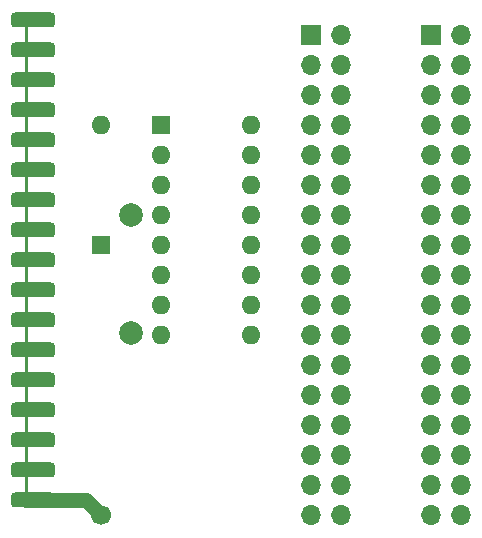
<source format=gbr>
%TF.GenerationSoftware,KiCad,Pcbnew,7.0.10+1*%
%TF.CreationDate,2024-01-16T21:52:30+01:00*%
%TF.ProjectId,QL_4_floppy_addon,514c5f34-5f66-46c6-9f70-70795f616464,00*%
%TF.SameCoordinates,Original*%
%TF.FileFunction,Copper,L1,Top*%
%TF.FilePolarity,Positive*%
%FSLAX46Y46*%
G04 Gerber Fmt 4.6, Leading zero omitted, Abs format (unit mm)*
G04 Created by KiCad (PCBNEW 7.0.10+1) date 2024-01-16 21:52:30*
%MOMM*%
%LPD*%
G01*
G04 APERTURE LIST*
G04 Aperture macros list*
%AMRoundRect*
0 Rectangle with rounded corners*
0 $1 Rounding radius*
0 $2 $3 $4 $5 $6 $7 $8 $9 X,Y pos of 4 corners*
0 Add a 4 corners polygon primitive as box body*
4,1,4,$2,$3,$4,$5,$6,$7,$8,$9,$2,$3,0*
0 Add four circle primitives for the rounded corners*
1,1,$1+$1,$2,$3*
1,1,$1+$1,$4,$5*
1,1,$1+$1,$6,$7*
1,1,$1+$1,$8,$9*
0 Add four rect primitives between the rounded corners*
20,1,$1+$1,$2,$3,$4,$5,0*
20,1,$1+$1,$4,$5,$6,$7,0*
20,1,$1+$1,$6,$7,$8,$9,0*
20,1,$1+$1,$8,$9,$2,$3,0*%
G04 Aperture macros list end*
%TA.AperFunction,ComponentPad*%
%ADD10R,1.600000X1.600000*%
%TD*%
%TA.AperFunction,ComponentPad*%
%ADD11O,1.600000X1.600000*%
%TD*%
%TA.AperFunction,ComponentPad*%
%ADD12R,1.700000X1.700000*%
%TD*%
%TA.AperFunction,ComponentPad*%
%ADD13O,1.700000X1.700000*%
%TD*%
%TA.AperFunction,ComponentPad*%
%ADD14C,2.000000*%
%TD*%
%TA.AperFunction,ComponentPad*%
%ADD15C,1.700000*%
%TD*%
%TA.AperFunction,SMDPad,CuDef*%
%ADD16RoundRect,0.317500X-1.532500X-0.317500X1.532500X-0.317500X1.532500X0.317500X-1.532500X0.317500X0*%
%TD*%
%TA.AperFunction,Conductor*%
%ADD17C,0.250000*%
%TD*%
%TA.AperFunction,Conductor*%
%ADD18C,1.270000*%
%TD*%
G04 APERTURE END LIST*
D10*
%TO.P,U1,1,A0*%
%TO.N,/DS0T*%
X139700000Y-81280000D03*
D11*
%TO.P,U1,2,A1*%
%TO.N,/DS1T*%
X139700000Y-83820000D03*
%TO.P,U1,3,A2*%
%TO.N,/MOTOR_ON*%
X139700000Y-86360000D03*
%TO.P,U1,4,E1*%
%TO.N,GND*%
X139700000Y-88900000D03*
%TO.P,U1,5,E2*%
%TO.N,unconnected-(U1-E2-Pad5)*%
X139700000Y-91440000D03*
%TO.P,U1,6,E3*%
%TO.N,Net-(D1-K)*%
X139700000Y-93980000D03*
%TO.P,U1,7,O7*%
%TO.N,Net-(D2-K)*%
X139700000Y-96520000D03*
%TO.P,U1,8,GND*%
%TO.N,GND*%
X139700000Y-99060000D03*
%TO.P,U1,9,O6*%
%TO.N,unconnected-(U1-O6-Pad9)*%
X147320000Y-99060000D03*
%TO.P,U1,10,O5*%
%TO.N,unconnected-(U1-O5-Pad10)*%
X147320000Y-96520000D03*
%TO.P,U1,11,O4*%
%TO.N,unconnected-(U1-O4-Pad11)*%
X147320000Y-93980000D03*
%TO.P,U1,12,O3*%
%TO.N,/DS0*%
X147320000Y-91440000D03*
%TO.P,U1,13,O2*%
%TO.N,/DS1*%
X147320000Y-88900000D03*
%TO.P,U1,14,O1*%
%TO.N,/DS2*%
X147320000Y-86360000D03*
%TO.P,U1,15,O0*%
%TO.N,/DS3*%
X147320000Y-83820000D03*
%TO.P,U1,16,VCC*%
%TO.N,Net-(D1-K)*%
X147320000Y-81280000D03*
%TD*%
D12*
%TO.P,J3,1,Pin_1*%
%TO.N,GND*%
X162560000Y-73660000D03*
D13*
%TO.P,J3,2,Pin_2*%
%TO.N,unconnected-(J3-Pin_2-Pad2)*%
X165100000Y-73660000D03*
%TO.P,J3,3,Pin_3*%
%TO.N,GND*%
X162560000Y-76200000D03*
%TO.P,J3,4,Pin_4*%
%TO.N,unconnected-(J3-Pin_4-Pad4)*%
X165100000Y-76200000D03*
%TO.P,J3,5,Pin_5*%
%TO.N,GND*%
X162560000Y-78740000D03*
%TO.P,J3,6,Pin_6*%
%TO.N,unconnected-(J3-Pin_6-Pad6)*%
X165100000Y-78740000D03*
%TO.P,J3,7,Pin_7*%
%TO.N,unconnected-(J3-Pin_7-Pad7)*%
X162560000Y-81280000D03*
%TO.P,J3,8,Pin_8*%
%TO.N,/FDC_IP*%
X165100000Y-81280000D03*
%TO.P,J3,9,Pin_9*%
%TO.N,unconnected-(J3-Pin_9-Pad9)*%
X162560000Y-83820000D03*
%TO.P,J3,10,Pin_10*%
%TO.N,/DS2*%
X165100000Y-83820000D03*
%TO.P,J3,11,Pin_11*%
%TO.N,GND*%
X162560000Y-86360000D03*
%TO.P,J3,12,Pin_12*%
%TO.N,/DS3*%
X165100000Y-86360000D03*
%TO.P,J3,13,Pin_13*%
%TO.N,GND*%
X162560000Y-88900000D03*
%TO.P,J3,14,Pin_14*%
%TO.N,unconnected-(J3-Pin_14-Pad14)*%
X165100000Y-88900000D03*
%TO.P,J3,15,Pin_15*%
%TO.N,GND*%
X162560000Y-91440000D03*
%TO.P,J3,16,Pin_16*%
%TO.N,/MOTOR_ON*%
X165100000Y-91440000D03*
%TO.P,J3,17,Pin_17*%
%TO.N,unconnected-(J3-Pin_17-Pad17)*%
X162560000Y-93980000D03*
%TO.P,J3,18,Pin_18*%
%TO.N,/DIR*%
X165100000Y-93980000D03*
%TO.P,J3,19,Pin_19*%
%TO.N,unconnected-(J3-Pin_19-Pad19)*%
X162560000Y-96520000D03*
%TO.P,J3,20,Pin_20*%
%TO.N,/STEP*%
X165100000Y-96520000D03*
%TO.P,J3,21,Pin_21*%
%TO.N,unconnected-(J3-Pin_21-Pad21)*%
X162560000Y-99060000D03*
%TO.P,J3,22,Pin_22*%
%TO.N,/DATA_WR*%
X165100000Y-99060000D03*
%TO.P,J3,23,Pin_23*%
%TO.N,unconnected-(J3-Pin_23-Pad23)*%
X162560000Y-101600000D03*
%TO.P,J3,24,Pin_24*%
%TO.N,/GATE_WR*%
X165100000Y-101600000D03*
%TO.P,J3,25,Pin_25*%
%TO.N,unconnected-(J3-Pin_25-Pad25)*%
X162560000Y-104140000D03*
%TO.P,J3,26,Pin_26*%
%TO.N,/FDC_T0*%
X165100000Y-104140000D03*
%TO.P,J3,27,Pin_27*%
%TO.N,unconnected-(J3-Pin_27-Pad27)*%
X162560000Y-106680000D03*
%TO.P,J3,28,Pin_28*%
%TO.N,/FDC_WPRT*%
X165100000Y-106680000D03*
%TO.P,J3,29,Pin_29*%
%TO.N,unconnected-(J3-Pin_29-Pad29)*%
X162560000Y-109220000D03*
%TO.P,J3,30,Pin_30*%
%TO.N,/FDC_RD*%
X165100000Y-109220000D03*
%TO.P,J3,31,Pin_31*%
%TO.N,unconnected-(J3-Pin_31-Pad31)*%
X162560000Y-111760000D03*
%TO.P,J3,32,Pin_32*%
%TO.N,/HEAD*%
X165100000Y-111760000D03*
%TO.P,J3,33,Pin_33*%
%TO.N,GND*%
X162560000Y-114300000D03*
%TO.P,J3,34,Pin_34*%
%TO.N,unconnected-(J3-Pin_34-Pad34)*%
X165100000Y-114300000D03*
%TD*%
D10*
%TO.P,D1,1,K*%
%TO.N,Net-(D1-K)*%
X134620000Y-91440000D03*
D11*
%TO.P,D1,2,A*%
%TO.N,/FDC_IP*%
X134620000Y-81280000D03*
%TD*%
D14*
%TO.P,C1,1*%
%TO.N,Net-(D1-K)*%
X137160000Y-88900000D03*
%TO.P,C1,2*%
%TO.N,GND*%
X137160000Y-98900000D03*
%TD*%
D12*
%TO.P,J2,1,Pin_1*%
%TO.N,GND*%
X152400000Y-73660000D03*
D13*
%TO.P,J2,2,Pin_2*%
%TO.N,unconnected-(J2-Pin_2-Pad2)*%
X154940000Y-73660000D03*
%TO.P,J2,3,Pin_3*%
%TO.N,GND*%
X152400000Y-76200000D03*
%TO.P,J2,4,Pin_4*%
%TO.N,unconnected-(J2-Pin_4-Pad4)*%
X154940000Y-76200000D03*
%TO.P,J2,5,Pin_5*%
%TO.N,unconnected-(J2-Pin_5-Pad5)*%
X152400000Y-78740000D03*
%TO.P,J2,6,Pin_6*%
%TO.N,/DS3*%
X154940000Y-78740000D03*
%TO.P,J2,7,Pin_7*%
%TO.N,unconnected-(J2-Pin_7-Pad7)*%
X152400000Y-81280000D03*
%TO.P,J2,8,Pin_8*%
%TO.N,/FDC_IP*%
X154940000Y-81280000D03*
%TO.P,J2,9,Pin_9*%
%TO.N,unconnected-(J2-Pin_9-Pad9)*%
X152400000Y-83820000D03*
%TO.P,J2,10,Pin_10*%
%TO.N,/DS0*%
X154940000Y-83820000D03*
%TO.P,J2,11,Pin_11*%
%TO.N,unconnected-(J2-Pin_11-Pad11)*%
X152400000Y-86360000D03*
%TO.P,J2,12,Pin_12*%
%TO.N,/DS1*%
X154940000Y-86360000D03*
%TO.P,J2,13,Pin_13*%
%TO.N,GND*%
X152400000Y-88900000D03*
%TO.P,J2,14,Pin_14*%
%TO.N,/DS2*%
X154940000Y-88900000D03*
%TO.P,J2,15,Pin_15*%
%TO.N,GND*%
X152400000Y-91440000D03*
%TO.P,J2,16,Pin_16*%
%TO.N,/MOTOR_ON*%
X154940000Y-91440000D03*
%TO.P,J2,17,Pin_17*%
%TO.N,unconnected-(J2-Pin_17-Pad17)*%
X152400000Y-93980000D03*
%TO.P,J2,18,Pin_18*%
%TO.N,/DIR*%
X154940000Y-93980000D03*
%TO.P,J2,19,Pin_19*%
%TO.N,unconnected-(J2-Pin_19-Pad19)*%
X152400000Y-96520000D03*
%TO.P,J2,20,Pin_20*%
%TO.N,/STEP*%
X154940000Y-96520000D03*
%TO.P,J2,21,Pin_21*%
%TO.N,unconnected-(J2-Pin_21-Pad21)*%
X152400000Y-99060000D03*
%TO.P,J2,22,Pin_22*%
%TO.N,/DATA_WR*%
X154940000Y-99060000D03*
%TO.P,J2,23,Pin_23*%
%TO.N,unconnected-(J2-Pin_23-Pad23)*%
X152400000Y-101600000D03*
%TO.P,J2,24,Pin_24*%
%TO.N,/GATE_WR*%
X154940000Y-101600000D03*
%TO.P,J2,25,Pin_25*%
%TO.N,unconnected-(J2-Pin_25-Pad25)*%
X152400000Y-104140000D03*
%TO.P,J2,26,Pin_26*%
%TO.N,/FDC_T0*%
X154940000Y-104140000D03*
%TO.P,J2,27,Pin_27*%
%TO.N,unconnected-(J2-Pin_27-Pad27)*%
X152400000Y-106680000D03*
%TO.P,J2,28,Pin_28*%
%TO.N,/FDC_WPRT*%
X154940000Y-106680000D03*
%TO.P,J2,29,Pin_29*%
%TO.N,unconnected-(J2-Pin_29-Pad29)*%
X152400000Y-109220000D03*
%TO.P,J2,30,Pin_30*%
%TO.N,/FDC_RD*%
X154940000Y-109220000D03*
%TO.P,J2,31,Pin_31*%
%TO.N,unconnected-(J2-Pin_31-Pad31)*%
X152400000Y-111760000D03*
%TO.P,J2,32,Pin_32*%
%TO.N,/HEAD*%
X154940000Y-111760000D03*
%TO.P,J2,33,Pin_33*%
%TO.N,GND*%
X152400000Y-114300000D03*
%TO.P,J2,34,Pin_34*%
%TO.N,unconnected-(J2-Pin_34-Pad34)*%
X154940000Y-114300000D03*
%TD*%
D15*
%TO.P,J4,1,Pin_1*%
%TO.N,GND*%
X134620000Y-114300000D03*
%TD*%
D16*
%TO.P,J1,1,Pin_1*%
%TO.N,GND*%
X128905000Y-72390000D03*
%TO.P,J1,3,Pin_3*%
X128905000Y-74930000D03*
%TO.P,J1,5,Pin_5*%
X128905000Y-77470000D03*
%TO.P,J1,7,Pin_7*%
X128905000Y-80010000D03*
%TO.P,J1,9,Pin_9*%
X128905000Y-82550000D03*
%TO.P,J1,11,Pin_11*%
X128905000Y-85090000D03*
%TO.P,J1,13,Pin_13*%
X128905000Y-87630000D03*
%TO.P,J1,15,Pin_15*%
X128905000Y-90170000D03*
%TO.P,J1,17,Pin_17*%
X128905000Y-92710000D03*
%TO.P,J1,19,Pin_19*%
X128905000Y-95250000D03*
%TO.P,J1,21,Pin_21*%
X128905000Y-97790000D03*
%TO.P,J1,23,Pin_23*%
X128905000Y-100330000D03*
%TO.P,J1,25,Pin_25*%
X128905000Y-102870000D03*
%TO.P,J1,27,Pin_27*%
X128905000Y-105410000D03*
%TO.P,J1,29,Pin_29*%
X128905000Y-107950000D03*
%TO.P,J1,31,Pin_31*%
X128905000Y-110490000D03*
%TO.P,J1,33,Pin_33*%
X128905000Y-113030000D03*
%TD*%
D17*
%TO.N,GND*%
X128270000Y-72390000D02*
X128270000Y-113030000D01*
D18*
X131445000Y-113030000D02*
X133350000Y-113030000D01*
X131445000Y-113030000D02*
X128270000Y-113030000D01*
X133350000Y-113030000D02*
X134620000Y-114300000D01*
%TD*%
M02*

</source>
